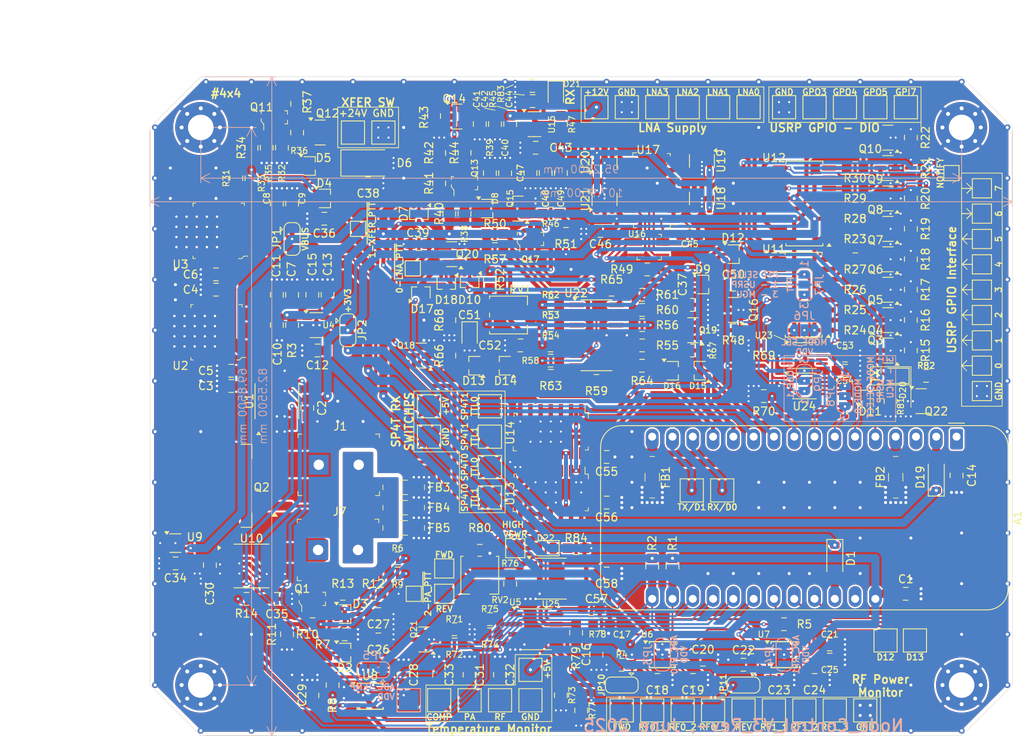
<source format=kicad_pcb>
(kicad_pcb
	(version 20240108)
	(generator "pcbnew")
	(generator_version "8.0")
	(general
		(thickness 1.6)
		(legacy_teardrops no)
	)
	(paper "A4")
	(layers
		(0 "F.Cu" signal)
		(31 "B.Cu" signal)
		(32 "B.Adhes" user "B.Adhesive")
		(33 "F.Adhes" user "F.Adhesive")
		(34 "B.Paste" user)
		(35 "F.Paste" user)
		(36 "B.SilkS" user "B.Silkscreen")
		(37 "F.SilkS" user "F.Silkscreen")
		(38 "B.Mask" user)
		(39 "F.Mask" user)
		(40 "Dwgs.User" user "User.Drawings")
		(41 "Cmts.User" user "User.Comments")
		(42 "Eco1.User" user "User.Eco1")
		(43 "Eco2.User" user "User.Eco2")
		(44 "Edge.Cuts" user)
		(45 "Margin" user)
		(46 "B.CrtYd" user "B.Courtyard")
		(47 "F.CrtYd" user "F.Courtyard")
		(48 "B.Fab" user)
		(49 "F.Fab" user)
		(50 "User.1" user)
		(51 "User.2" user)
		(52 "User.3" user)
		(53 "User.4" user)
		(54 "User.5" user)
		(55 "User.6" user)
		(56 "User.7" user)
		(57 "User.8" user)
		(58 "User.9" user)
	)
	(setup
		(pad_to_mask_clearance 0)
		(allow_soldermask_bridges_in_footprints no)
		(grid_origin 114.3 101.6)
		(pcbplotparams
			(layerselection 0x00010fc_ffffffff)
			(plot_on_all_layers_selection 0x0000000_00000000)
			(disableapertmacros no)
			(usegerberextensions no)
			(usegerberattributes yes)
			(usegerberadvancedattributes yes)
			(creategerberjobfile yes)
			(dashed_line_dash_ratio 12.000000)
			(dashed_line_gap_ratio 3.000000)
			(svgprecision 4)
			(plotframeref no)
			(viasonmask no)
			(mode 1)
			(useauxorigin no)
			(hpglpennumber 1)
			(hpglpenspeed 20)
			(hpglpendiameter 15.000000)
			(pdf_front_fp_property_popups yes)
			(pdf_back_fp_property_popups yes)
			(dxfpolygonmode yes)
			(dxfimperialunits yes)
			(dxfusepcbnewfont yes)
			(psnegative no)
			(psa4output no)
			(plotreference yes)
			(plotvalue yes)
			(plotfptext yes)
			(plotinvisibletext no)
			(sketchpadsonfab no)
			(subtractmaskfromsilk no)
			(outputformat 1)
			(mirror no)
			(drillshape 1)
			(scaleselection 1)
			(outputdirectory "")
		)
	)
	(net 0 "")
	(net 1 "Net-(A1-GND-Pad16)")
	(net 2 "GND")
	(net 3 "+3.3V")
	(net 4 "DIO_MODE_TTL1")
	(net 5 "Vdd_rf")
	(net 6 "VBUS")
	(net 7 "~{TEMP_ADC_AR}")
	(net 8 "DIO_MODE_TTL0")
	(net 9 "SCL")
	(net 10 "+5V")
	(net 11 "SDA")
	(net 12 "~{PA_CURR_ALERT}")
	(net 13 "u3V3")
	(net 14 "+28V")
	(net 15 "unconnected-(A1-~{RESET}-Pad1)")
	(net 16 "unconnected-(A1-EN-Pad27)")
	(net 17 "Net-(JP5-C)")
	(net 18 "unconnected-(A1-AREF-Pad3)")
	(net 19 "+12V")
	(net 20 "unconnected-(D2-NC-Pad2)")
	(net 21 "Net-(D2-A)")
	(net 22 "Net-(JP2-A)")
	(net 23 "Net-(D4-A)")
	(net 24 "Net-(D5-A)")
	(net 25 "Net-(D1-K)")
	(net 26 "unconnected-(D3-NC-Pad2)")
	(net 27 "Net-(D3-A)")
	(net 28 "unconnected-(D5-NC-Pad2)")
	(net 29 "+28V_IN")
	(net 30 "RF_FWD_POW")
	(net 31 "/rf_power_sensor/ADC_RF0_1")
	(net 32 "/rf_power_sensor/ADC_RF0_2")
	(net 33 "/rf_power_sensor/ADC_RF0_3")
	(net 34 "Net-(JP4-C)")
	(net 35 "RF_REV_POW")
	(net 36 "Net-(Q6-D)")
	(net 37 "Net-(Q7-D)")
	(net 38 "Net-(Q8-D)")
	(net 39 "Net-(Q9-D)")
	(net 40 "Net-(Q10-D)")
	(net 41 "/rf_power_sensor/ADC_RF1_1")
	(net 42 "/rf_power_sensor/ADC_RF1_2")
	(net 43 "PA_28V_SEND")
	(net 44 "/USRP GPIO Interface/gpio_7")
	(net 45 "Net-(JP1-A)")
	(net 46 "/USRP GPIO Interface/gpio_4")
	(net 47 "/USRP GPIO Interface/gpio_5")
	(net 48 "/rf_power_sensor/ADC_RF1_3")
	(net 49 "PA_FET_DIS")
	(net 50 "LNA_12V")
	(net 51 "~{XFER_PTT}")
	(net 52 "/RF Switch Control/XFER_COIL_28V")
	(net 53 "~{LNA_PTT}")
	(net 54 "~{LNA_EN}")
	(net 55 "/power_amp_interface/PA_28V")
	(net 56 "/W6PQL_Sequencer/~{PTT}")
	(net 57 "Net-(D8-A)")
	(net 58 "unconnected-(D8-NC-Pad2)")
	(net 59 "Net-(D9-A)")
	(net 60 "unconnected-(D9-NC-Pad2)")
	(net 61 "Net-(D10-A)")
	(net 62 "unconnected-(D10-NC-Pad2)")
	(net 63 "Net-(D16-A)")
	(net 64 "LNA0_VDD")
	(net 65 "USRP_GPIO_5")
	(net 66 "USRP_GPIO_0")
	(net 67 "USRP_GPIO_4")
	(net 68 "USRP_GPIO_6")
	(net 69 "USRP_GPIO_3")
	(net 70 "USRP_GPIO_1")
	(net 71 "USRP_GPIO_7")
	(net 72 "USRP_GPIO_2")
	(net 73 "LNA1_VDD")
	(net 74 "LNA2_VDD")
	(net 75 "LNA3_VDD")
	(net 76 "Net-(JP6-C)")
	(net 77 "unconnected-(D4-NC-Pad2)")
	(net 78 "Net-(D7-A)")
	(net 79 "unconnected-(D7-NC-Pad2)")
	(net 80 "Net-(D10-K)")
	(net 81 "/RF Switch Control/SP4T0_TTL0")
	(net 82 "/RF Switch Control/SP4T0_TTL1")
	(net 83 "/RF Switch Control/SP4T1_TTL1")
	(net 84 "/RF Switch Control/SP4T1_TTL0")
	(net 85 "Net-(Q1-B)")
	(net 86 "Net-(Q1-C)")
	(net 87 "Net-(Q2-G)")
	(net 88 "Net-(Q3-D)")
	(net 89 "Net-(Q11-C)")
	(net 90 "Net-(Q11-B)")
	(net 91 "Net-(Q12-G)")
	(net 92 "Net-(Q4-D)")
	(net 93 "Net-(Q5-D)")
	(net 94 "~{PA_FET_DIS}")
	(net 95 "~{PA_FET_PTT}")
	(net 96 "~{RF_ADC0_AR}")
	(net 97 "~{RF_ADC1_AR}")
	(net 98 "Net-(R23-Pad2)")
	(net 99 "Net-(R24-Pad2)")
	(net 100 "Net-(R25-Pad2)")
	(net 101 "Net-(R26-Pad2)")
	(net 102 "Net-(R27-Pad2)")
	(net 103 "Net-(R28-Pad2)")
	(net 104 "Net-(R29-Pad2)")
	(net 105 "Net-(R30-Pad2)")
	(net 106 "USRP_MODE_0")
	(net 107 "USRP_PTT")
	(net 108 "USRP_MODE_1")
	(net 109 "MODE_0")
	(net 110 "MODE_1")
	(net 111 "/USRP GPIO Interface/gpio_3")
	(net 112 "DIO_SRC_SELECT")
	(net 113 "DIO_PTT")
	(net 114 "USRP_NOTIFY")
	(net 115 "unconnected-(D11-NC-Pad2)")
	(net 116 "Net-(D12-A)")
	(net 117 "unconnected-(D12-NC-Pad2)")
	(net 118 "unconnected-(D13-NC-Pad2)")
	(net 119 "Net-(D13-K)")
	(net 120 "Net-(D14-A)")
	(net 121 "unconnected-(D14-NC-Pad2)")
	(net 122 "Net-(D15-K)")
	(net 123 "unconnected-(D15-NC-Pad2)")
	(net 124 "unconnected-(D16-NC-Pad2)")
	(net 125 "Net-(D17-K)")
	(net 126 "unconnected-(D17-NC-Pad2)")
	(net 127 "unconnected-(D18-NC-Pad2)")
	(net 128 "PTT")
	(net 129 "+28V_RTN")
	(net 130 "Net-(Q13-C)")
	(net 131 "DIO_PA_PTT")
	(net 132 "DIO_USRP")
	(net 133 "DIO_XFER_PTT")
	(net 134 "DIO_LNA_PTT")
	(net 135 "Net-(Q13-B)")
	(net 136 "Net-(Q14-G)")
	(net 137 "Net-(Q17-B)")
	(net 138 "Net-(R52-Pad2)")
	(net 139 "Net-(R62-Pad1)")
	(net 140 "Net-(R63-Pad1)")
	(net 141 "Net-(R64-Pad1)")
	(net 142 "Net-(R65-Pad1)")
	(net 143 "Net-(U20-EN)")
	(net 144 "Net-(U21-EN)")
	(net 145 "unconnected-(U20-~{FLT}-Pad3)")
	(net 146 "unconnected-(U21-~{FLT}-Pad3)")
	(net 147 "/Preamp_Control/LNA_5V")
	(net 148 "Net-(C51-Pad1)")
	(net 149 "Net-(U15-EN)")
	(net 150 "TEMP_FET")
	(net 151 "/power_amp_interface/TEMP_PA")
	(net 152 "/power_amp_interface/TEMP_RF")
	(net 153 "/power_amp_interface/TEMP_COMP")
	(net 154 "Net-(U4-BP)")
	(net 155 "~{XFER_DIS}")
	(net 156 "Net-(U15-BP)")
	(net 157 "Net-(U4-EN)")
	(net 158 "Net-(U22A-+)")
	(net 159 "Net-(U22B-+)")
	(net 160 "Net-(U22C-+)")
	(net 161 "Net-(U22D-+)")
	(net 162 "Net-(U22A--)")
	(net 163 "Net-(U22B--)")
	(net 164 "Net-(U22C--)")
	(net 165 "Net-(U22D--)")
	(net 166 "unconnected-(U1-NC-Pad13)")
	(net 167 "unconnected-(U1-ALERT-Pad7)")
	(net 168 "unconnected-(U9-NC-Pad1)")
	(net 169 "unconnected-(U9-NC-Pad5)")
	(net 170 "unconnected-(U10-NC-Pad13)")
	(net 171 "Net-(U13-Pad3)")
	(net 172 "Net-(U13-Pad10)")
	(net 173 "Net-(U14-Pad3)")
	(net 174 "Net-(U14-Pad10)")
	(net 175 "Net-(U16-~{Y2})")
	(net 176 "Net-(U16-~{Y3})")
	(net 177 "Net-(U16-~{Y1})")
	(net 178 "Net-(U16-~{Y0})")
	(net 179 "Net-(U19-EN)")
	(net 180 "Net-(U18-EN)")
	(net 181 "unconnected-(U18-~{FLT}-Pad3)")
	(net 182 "unconnected-(U19-~{FLT}-Pad3)")
	(net 183 "unconnected-(U23-Pad7)")
	(net 184 "unconnected-(U23-Pad4)")
	(net 185 "unconnected-(U23-Pad6)")
	(net 186 "unconnected-(U23-Pad5)")
	(net 187 "LNA_EN")
	(net 188 "Net-(Q21-G)")
	(net 189 "RX{slash}D0")
	(net 190 "D13")
	(net 191 "Net-(D19-K)")
	(net 192 "Net-(JP10-A)")
	(net 193 "Net-(JP11-A)")
	(net 194 "POW_FWD")
	(net 195 "POW_REV")
	(net 196 "Net-(U5A--)")
	(net 197 "Net-(R75-Pad2)")
	(net 198 "Net-(U25A-+)")
	(net 199 "Net-(U5B--)")
	(net 200 "Net-(R79-Pad2)")
	(net 201 "Net-(R80-Pad2)")
	(net 202 "Net-(U25A--)")
	(net 203 "unconnected-(U25B---Pad6)")
	(net 204 "unconnected-(U25-Pad7)")
	(net 205 "unconnected-(U25B-+-Pad5)")
	(net 206 "TX{slash}D1")
	(net 207 "D12")
	(net 208 "Net-(Q22-D)")
	(net 209 "Net-(D20-K)")
	(net 210 "Net-(D21-A)")
	(net 211 "Net-(D21-K)")
	(net 212 "Net-(D22-A)")
	(net 213 "Net-(D22-K)")
	(footprint "TestPoint:TestPoint_Pad_2.5x2.5mm" (layer "F.Cu") (at 149.225 142.875 180))
	(footprint "digikey-footprints:0805" (layer "F.Cu") (at 125.095 90.805))
	(footprint "Package_SO:TSSOP-10_3x3mm_P0.5mm" (layer "F.Cu") (at 142.875 135.89))
	(footprint "Diode_SMD:D_SMA" (layer "F.Cu") (at 90.9 74.295))
	(footprint "digikey-footprints:0805" (layer "F.Cu") (at 158.745 71.125 -90))
	(footprint "Module:Adafruit_Feather" (layer "F.Cu") (at 164.465 108.585 -90))
	(footprint "digikey-footprints:0805" (layer "F.Cu") (at 101.6 132.715 180))
	(footprint "digikey-footprints:0805" (layer "F.Cu") (at 73.66 100.33))
	(footprint "TestPoint:TestPoint_Pad_2.5x2.5mm" (layer "F.Cu") (at 130.81 67.31))
	(footprint "Package_SO:VSSOP-10_3x3mm_P0.5mm" (layer "F.Cu") (at 145.415 102.235))
	(footprint "TestPoint:TestPoint_Pad_2.5x2.5mm" (layer "F.Cu") (at 99.695 141.605 180))
	(footprint "digikey-footprints:0805" (layer "F.Cu") (at 158.745 74.935 -90))
	(footprint "digikey-footprints:0805" (layer "F.Cu") (at 158.745 93.985 -90))
	(footprint "digikey-footprints:0805" (layer "F.Cu") (at 74.295 76.2 90))
	(footprint "TestPoint:TestPoint_Pad_2.5x2.5mm" (layer "F.Cu") (at 98.425 104.775 180))
	(footprint "digikey-footprints:0805" (layer "F.Cu") (at 85.31 81.28 180))
	(footprint "Package_TO_SOT_SMD:SOT-323_SC-70" (layer "F.Cu") (at 97.155 80.645 -90))
	(footprint "digikey-footprints:0805" (layer "F.Cu") (at 121.285 90.17 180))
	(footprint "TestPoint:TestPoint_Pad_2.0x2.0mm" (layer "F.Cu") (at 167.64 80.645 90))
	(footprint "MountingHole:MountingHole_3.2mm_M3_Pad_Via" (layer "F.Cu") (at 69.85 139.7))
	(footprint "digikey-footprints:SOT-23-3" (layer "F.Cu") (at 111.125 83.82 90))
	(footprint "digikey-footprints:0805" (layer "F.Cu") (at 79.375 94.615 -90))
	(footprint "Package_TO_SOT_SMD:SOT-23-5" (layer "F.Cu") (at 120.396 74.168 90))
	(footprint "LED_SMD:LED_0805_2012Metric" (layer "F.Cu") (at 114.3 65.7075 -90))
	(footprint "digikey-footprints:0805" (layer "F.Cu") (at 128.905 124.875 -90))
	(footprint "digikey-footprints:0805" (layer "F.Cu") (at 83.82 132.08 180))
	(footprint "TestPoint:TestPoint_Pad_2.0x2.0mm" (layer "F.Cu") (at 167.64 99.695 90))
	(footprint "digikey-footprints:0805" (layer "F.Cu") (at 79.375 90.805 90))
	(footprint "digikey-footprints:0805" (layer "F.Cu") (at 140.335 97.155))
	(footprint "digikey-footprints:0805" (layer "F.Cu") (at 85.725 90.805 90))
	(footprint "TestPoint:TestPoint_Pad_2.5x2.5mm" (layer "F.Cu") (at 107.315 141.605 180))
	(footprint "Jumper:SolderJumper-3_P1.3mm_Bridged12_RoundedPad1.0x1.5mm" (layer "F.Cu") (at 88.265 95.25 -90))
	(footprint "digikey-footprints:0805" (layer "F.Cu") (at 81.915 66.895 90))
	(footprint "TestPoint:TestPoint_Pad_2.5x2.5mm" (layer "F.Cu") (at 88.9 70.485))
	(footprint "digikey-footprints:0805" (layer "F.Cu") (at 151.76 82.555 180))
	(footprint "TestPoint:TestPoint_Pad_2.5x2.5mm" (layer "F.Cu") (at 137.795 142.875))
	(footprint "Package_TO_SOT_SMD:SOT-323_SC-70" (layer "F.Cu") (at 132.715 89.52))
	(footprint "digikey-footprints:0805" (layer "F.Cu") (at 113.03 75.565 -90))
	(footprint "Package_TO_SOT_SMD:SOT-323_SC-70" (layer "F.Cu") (at 97.409 90.551 90))
	(footprint "LED_SMD:LED_0805_2012Metric" (layer "F.Cu") (at 113.03 122.555 180))
	(footprint "Package_TO_SOT_SMD:SOT-23"
		(layer "F.Cu")
		(uuid "25633359-a41c-4853-b617-34308cf6051e")
		(at 101.2675 85.725 180)
		(descr "SOT, 3 Pin (JEDEC TO-236 Var AB https://www.jedec.org/document_search?search_api_views_fulltext=TO-236), generated with kicad-footprint-generator ipc_gullwing_generator.py")
		(tags "SOT TO_SOT_SMD")
		(property "Reference" "Q20"
			(at -1.9535 0 0)
			(layer "F.SilkS")
			(uuid "8e8e69b2-4583-4df6-8409-2d68d582aa80")
			(effects
				(font
					(size 1 1)
					(thickness 0.15)
				)
			)
		)
		(property "Value" "DMG3414U"
			(at 0 2.4 0)
			(layer "F.Fab")
			(uuid "b7282320-ed68-48d1-998e-192e33e5bf4d")
			(effects
				(font
					(size 1 1)
					(thickness 0.15)
				)
			)
		)
		(property "Footprint" "Package_TO_SOT_SMD:SOT-23"
			(at 0 0 0)
			(layer "F.Fab")
			(hide yes)
			(uuid "bf3d0960-4081-4246-a2fa-7237d2c368f8")
			(effects
				(font
					(size 1.27 1.27)
					(thickness 0.15)
				)
			)
		)
		(property "Datasheet" "http://www.diodes.com/assets/Datasheets/ds31739.pdf"
			(at 0 0 0)
			(layer "F.Fab")
			(hide yes)
			(uuid "5441f538-0857-4ed2-a2dc-7a5f2a038e9c")
			(effects
				(font
					(size 1.27 1.27)
					(thickness 0.15)
				)
			)
		)
		(property "Description" "4.2A Id, 20V Vds, N-Channel MOSFET, SOT-23"
			(at 0 0 0)
			(layer "F.Fab")
			(hide yes)
			(uuid "b6908889-82d5-4b04-a668-b7809f7a56db")
			(effects
				(font
					(size 1.27 1.27)
					(thickness 0.15)
				)
			)
		)
		(property ki_fp_filters "SOT?23*")
		(path "/5b04c6c8-15db-4bb7-b413-8018cbe233bd/6bb10339-9a72-4b22-b08e-bddb2a12710d")
		(sheetname "W6PQL_Sequencer")
		(sheetfile "w6pql_sequencer.kicad_sch")
		(attr smd)
		(fp_line
			(start 0 1.56)
			(end 0.65 1.56)
			(stroke
				(width 0.12)
				(type solid)
			)
			(layer "F.SilkS")
			(uuid "2e34dab0-ce12-404b-a6ed-9ef04008b288")
		)
		(fp_line
			(start 0 1.56)
			(end -0.65 1.56)
			(stroke
				(width 0.12)
				(type solid)
			)
			(layer "F.SilkS")
			(uuid "c82ee394-cb84-4118-92da-c671ab6dab9b")
		)
		(fp_line
			(start 0 -1.56)
			(end 0.65 -1.56)
			(stroke
				(width 0.12)
				(type solid)
			)
			(layer "F.SilkS")
			(uuid "a8bf951c-0c94-464f-be80-7112cab452ae")
		)
		(fp_line
			(start 0 -1.56)
			(end -0.65 -1.56)
			(stroke
				(width 0.12)
				(type solid)
			)
			(layer "F.SilkS")
			(uuid "54a3c585-3563-4b8b-84ba-8401f282c7cf")
		)
		(fp_poly
			(pts
				(xy -1.1625 -1.51) (xy -1.4025 -1.84) (xy -0.9225 -1.84) (xy -1.1625 -1.51)
			)
			(stroke
				(width 0.12)
				(type solid)
			)
			(fill solid)
			(layer "F.SilkS")
			(uuid "3870eea9-bf73-4dd3-9f34-086a0bb75684")
		)
		(fp_line
			(start 1.92 1.7)
			(end 1.92 -1.7)
			(stroke
				(width 0.05)
				(type solid)
			)
			(layer "F.CrtYd")
			(uuid "83dc4970-cb60-4b73-8d72-e289e0fb2c1e")
		)
		(fp_line
			(start 1.92 -1.7)
			(end -1.92 -1.7)
			(stroke
				(width 0.05)
				(type solid)
			)
			(layer "F.CrtYd")
			(uuid "4810f8ee-aa1e-4a08-b11f-7c5d87c6b3bf")
		)
		(fp_line
			(start -1.92 1.7)
			(end 1.92 1.7)
			(stroke
				(width 0.05)
				(type solid)
			)
			(layer "F.CrtYd")
			(uuid "ab06ad2a-4377-4034-86b0-12ecedfd4d6f")
		)
		(fp_line
			(start -1.92 -1.7)
			(end -1.92 1.7)
			(stroke
				(width 0.05)
				(type solid)
			)
			(layer "F.CrtYd")
			(uuid "4075f0c2-6b54-47a5-865a-02cf735898c2")
		)
		(fp_line
			(start 0.65 1.45)
			(end -0.65 1.45)
			(stroke
				(width 0.1)
				(type solid)
			)
			(layer "F.Fab")
			(uuid "92a95ec8-6027-4a75-a25e-0f9563f2d275")
		)
		(fp_line
			(start 0.65 -1.45)
			(end 0.65 1.45)
			(stroke
				(width 0.1)
				(type solid)
			)
			(layer "F.Fab")
			(uuid "ad33a019-fb04-41b4-898a-6e4e9
... [2423598 chars truncated]
</source>
